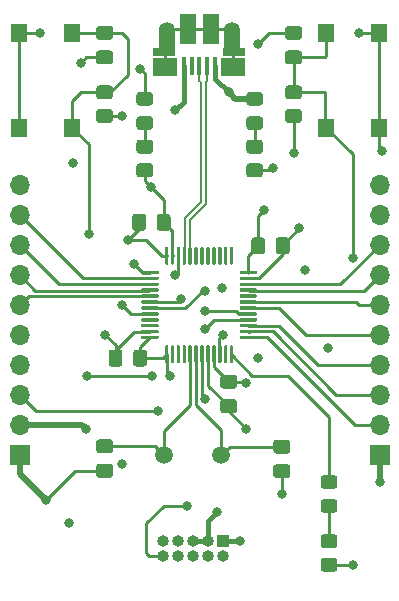
<source format=gbr>
G04 #@! TF.GenerationSoftware,KiCad,Pcbnew,(5.1.9)-1*
G04 #@! TF.CreationDate,2021-04-03T09:41:48-07:00*
G04 #@! TF.ProjectId,Avionics,4176696f-6e69-4637-932e-6b696361645f,rev?*
G04 #@! TF.SameCoordinates,Original*
G04 #@! TF.FileFunction,Copper,L1,Top*
G04 #@! TF.FilePolarity,Positive*
%FSLAX46Y46*%
G04 Gerber Fmt 4.6, Leading zero omitted, Abs format (unit mm)*
G04 Created by KiCad (PCBNEW (5.1.9)-1) date 2021-04-03 09:41:48*
%MOMM*%
%LPD*%
G01*
G04 APERTURE LIST*
G04 #@! TA.AperFunction,ComponentPad*
%ADD10R,1.700000X1.700000*%
G04 #@! TD*
G04 #@! TA.AperFunction,ComponentPad*
%ADD11O,1.700000X1.700000*%
G04 #@! TD*
G04 #@! TA.AperFunction,ComponentPad*
%ADD12R,1.000000X1.000000*%
G04 #@! TD*
G04 #@! TA.AperFunction,ComponentPad*
%ADD13O,1.000000X1.000000*%
G04 #@! TD*
G04 #@! TA.AperFunction,SMDPad,CuDef*
%ADD14R,1.350000X2.000000*%
G04 #@! TD*
G04 #@! TA.AperFunction,SMDPad,CuDef*
%ADD15R,1.825000X0.700000*%
G04 #@! TD*
G04 #@! TA.AperFunction,SMDPad,CuDef*
%ADD16R,2.000000X1.500000*%
G04 #@! TD*
G04 #@! TA.AperFunction,SMDPad,CuDef*
%ADD17R,0.400000X1.650000*%
G04 #@! TD*
G04 #@! TA.AperFunction,ComponentPad*
%ADD18O,1.100000X1.500000*%
G04 #@! TD*
G04 #@! TA.AperFunction,ComponentPad*
%ADD19O,1.350000X1.700000*%
G04 #@! TD*
G04 #@! TA.AperFunction,SMDPad,CuDef*
%ADD20R,1.430000X2.500000*%
G04 #@! TD*
G04 #@! TA.AperFunction,SMDPad,CuDef*
%ADD21R,1.400000X1.600000*%
G04 #@! TD*
G04 #@! TA.AperFunction,ComponentPad*
%ADD22C,1.500000*%
G04 #@! TD*
G04 #@! TA.AperFunction,ViaPad*
%ADD23C,0.800000*%
G04 #@! TD*
G04 #@! TA.AperFunction,Conductor*
%ADD24C,0.250000*%
G04 #@! TD*
G04 #@! TA.AperFunction,Conductor*
%ADD25C,0.400000*%
G04 #@! TD*
G04 #@! TA.AperFunction,Conductor*
%ADD26C,0.500000*%
G04 #@! TD*
G04 #@! TA.AperFunction,Conductor*
%ADD27C,0.200000*%
G04 #@! TD*
G04 APERTURE END LIST*
G04 #@! TA.AperFunction,SMDPad,CuDef*
G36*
G01*
X174325000Y-88900000D02*
X174175000Y-88900000D01*
G75*
G02*
X174100000Y-88825000I0J75000D01*
G01*
X174100000Y-87500000D01*
G75*
G02*
X174175000Y-87425000I75000J0D01*
G01*
X174325000Y-87425000D01*
G75*
G02*
X174400000Y-87500000I0J-75000D01*
G01*
X174400000Y-88825000D01*
G75*
G02*
X174325000Y-88900000I-75000J0D01*
G01*
G37*
G04 #@! TD.AperFunction*
G04 #@! TA.AperFunction,SMDPad,CuDef*
G36*
G01*
X174825000Y-88900000D02*
X174675000Y-88900000D01*
G75*
G02*
X174600000Y-88825000I0J75000D01*
G01*
X174600000Y-87500000D01*
G75*
G02*
X174675000Y-87425000I75000J0D01*
G01*
X174825000Y-87425000D01*
G75*
G02*
X174900000Y-87500000I0J-75000D01*
G01*
X174900000Y-88825000D01*
G75*
G02*
X174825000Y-88900000I-75000J0D01*
G01*
G37*
G04 #@! TD.AperFunction*
G04 #@! TA.AperFunction,SMDPad,CuDef*
G36*
G01*
X175325000Y-88900000D02*
X175175000Y-88900000D01*
G75*
G02*
X175100000Y-88825000I0J75000D01*
G01*
X175100000Y-87500000D01*
G75*
G02*
X175175000Y-87425000I75000J0D01*
G01*
X175325000Y-87425000D01*
G75*
G02*
X175400000Y-87500000I0J-75000D01*
G01*
X175400000Y-88825000D01*
G75*
G02*
X175325000Y-88900000I-75000J0D01*
G01*
G37*
G04 #@! TD.AperFunction*
G04 #@! TA.AperFunction,SMDPad,CuDef*
G36*
G01*
X175825000Y-88900000D02*
X175675000Y-88900000D01*
G75*
G02*
X175600000Y-88825000I0J75000D01*
G01*
X175600000Y-87500000D01*
G75*
G02*
X175675000Y-87425000I75000J0D01*
G01*
X175825000Y-87425000D01*
G75*
G02*
X175900000Y-87500000I0J-75000D01*
G01*
X175900000Y-88825000D01*
G75*
G02*
X175825000Y-88900000I-75000J0D01*
G01*
G37*
G04 #@! TD.AperFunction*
G04 #@! TA.AperFunction,SMDPad,CuDef*
G36*
G01*
X176325000Y-88900000D02*
X176175000Y-88900000D01*
G75*
G02*
X176100000Y-88825000I0J75000D01*
G01*
X176100000Y-87500000D01*
G75*
G02*
X176175000Y-87425000I75000J0D01*
G01*
X176325000Y-87425000D01*
G75*
G02*
X176400000Y-87500000I0J-75000D01*
G01*
X176400000Y-88825000D01*
G75*
G02*
X176325000Y-88900000I-75000J0D01*
G01*
G37*
G04 #@! TD.AperFunction*
G04 #@! TA.AperFunction,SMDPad,CuDef*
G36*
G01*
X176825000Y-88900000D02*
X176675000Y-88900000D01*
G75*
G02*
X176600000Y-88825000I0J75000D01*
G01*
X176600000Y-87500000D01*
G75*
G02*
X176675000Y-87425000I75000J0D01*
G01*
X176825000Y-87425000D01*
G75*
G02*
X176900000Y-87500000I0J-75000D01*
G01*
X176900000Y-88825000D01*
G75*
G02*
X176825000Y-88900000I-75000J0D01*
G01*
G37*
G04 #@! TD.AperFunction*
G04 #@! TA.AperFunction,SMDPad,CuDef*
G36*
G01*
X177325000Y-88900000D02*
X177175000Y-88900000D01*
G75*
G02*
X177100000Y-88825000I0J75000D01*
G01*
X177100000Y-87500000D01*
G75*
G02*
X177175000Y-87425000I75000J0D01*
G01*
X177325000Y-87425000D01*
G75*
G02*
X177400000Y-87500000I0J-75000D01*
G01*
X177400000Y-88825000D01*
G75*
G02*
X177325000Y-88900000I-75000J0D01*
G01*
G37*
G04 #@! TD.AperFunction*
G04 #@! TA.AperFunction,SMDPad,CuDef*
G36*
G01*
X177825000Y-88900000D02*
X177675000Y-88900000D01*
G75*
G02*
X177600000Y-88825000I0J75000D01*
G01*
X177600000Y-87500000D01*
G75*
G02*
X177675000Y-87425000I75000J0D01*
G01*
X177825000Y-87425000D01*
G75*
G02*
X177900000Y-87500000I0J-75000D01*
G01*
X177900000Y-88825000D01*
G75*
G02*
X177825000Y-88900000I-75000J0D01*
G01*
G37*
G04 #@! TD.AperFunction*
G04 #@! TA.AperFunction,SMDPad,CuDef*
G36*
G01*
X178325000Y-88900000D02*
X178175000Y-88900000D01*
G75*
G02*
X178100000Y-88825000I0J75000D01*
G01*
X178100000Y-87500000D01*
G75*
G02*
X178175000Y-87425000I75000J0D01*
G01*
X178325000Y-87425000D01*
G75*
G02*
X178400000Y-87500000I0J-75000D01*
G01*
X178400000Y-88825000D01*
G75*
G02*
X178325000Y-88900000I-75000J0D01*
G01*
G37*
G04 #@! TD.AperFunction*
G04 #@! TA.AperFunction,SMDPad,CuDef*
G36*
G01*
X178825000Y-88900000D02*
X178675000Y-88900000D01*
G75*
G02*
X178600000Y-88825000I0J75000D01*
G01*
X178600000Y-87500000D01*
G75*
G02*
X178675000Y-87425000I75000J0D01*
G01*
X178825000Y-87425000D01*
G75*
G02*
X178900000Y-87500000I0J-75000D01*
G01*
X178900000Y-88825000D01*
G75*
G02*
X178825000Y-88900000I-75000J0D01*
G01*
G37*
G04 #@! TD.AperFunction*
G04 #@! TA.AperFunction,SMDPad,CuDef*
G36*
G01*
X179325000Y-88900000D02*
X179175000Y-88900000D01*
G75*
G02*
X179100000Y-88825000I0J75000D01*
G01*
X179100000Y-87500000D01*
G75*
G02*
X179175000Y-87425000I75000J0D01*
G01*
X179325000Y-87425000D01*
G75*
G02*
X179400000Y-87500000I0J-75000D01*
G01*
X179400000Y-88825000D01*
G75*
G02*
X179325000Y-88900000I-75000J0D01*
G01*
G37*
G04 #@! TD.AperFunction*
G04 #@! TA.AperFunction,SMDPad,CuDef*
G36*
G01*
X179825000Y-88900000D02*
X179675000Y-88900000D01*
G75*
G02*
X179600000Y-88825000I0J75000D01*
G01*
X179600000Y-87500000D01*
G75*
G02*
X179675000Y-87425000I75000J0D01*
G01*
X179825000Y-87425000D01*
G75*
G02*
X179900000Y-87500000I0J-75000D01*
G01*
X179900000Y-88825000D01*
G75*
G02*
X179825000Y-88900000I-75000J0D01*
G01*
G37*
G04 #@! TD.AperFunction*
G04 #@! TA.AperFunction,SMDPad,CuDef*
G36*
G01*
X181825000Y-86900000D02*
X180500000Y-86900000D01*
G75*
G02*
X180425000Y-86825000I0J75000D01*
G01*
X180425000Y-86675000D01*
G75*
G02*
X180500000Y-86600000I75000J0D01*
G01*
X181825000Y-86600000D01*
G75*
G02*
X181900000Y-86675000I0J-75000D01*
G01*
X181900000Y-86825000D01*
G75*
G02*
X181825000Y-86900000I-75000J0D01*
G01*
G37*
G04 #@! TD.AperFunction*
G04 #@! TA.AperFunction,SMDPad,CuDef*
G36*
G01*
X181825000Y-86400000D02*
X180500000Y-86400000D01*
G75*
G02*
X180425000Y-86325000I0J75000D01*
G01*
X180425000Y-86175000D01*
G75*
G02*
X180500000Y-86100000I75000J0D01*
G01*
X181825000Y-86100000D01*
G75*
G02*
X181900000Y-86175000I0J-75000D01*
G01*
X181900000Y-86325000D01*
G75*
G02*
X181825000Y-86400000I-75000J0D01*
G01*
G37*
G04 #@! TD.AperFunction*
G04 #@! TA.AperFunction,SMDPad,CuDef*
G36*
G01*
X181825000Y-85900000D02*
X180500000Y-85900000D01*
G75*
G02*
X180425000Y-85825000I0J75000D01*
G01*
X180425000Y-85675000D01*
G75*
G02*
X180500000Y-85600000I75000J0D01*
G01*
X181825000Y-85600000D01*
G75*
G02*
X181900000Y-85675000I0J-75000D01*
G01*
X181900000Y-85825000D01*
G75*
G02*
X181825000Y-85900000I-75000J0D01*
G01*
G37*
G04 #@! TD.AperFunction*
G04 #@! TA.AperFunction,SMDPad,CuDef*
G36*
G01*
X181825000Y-85400000D02*
X180500000Y-85400000D01*
G75*
G02*
X180425000Y-85325000I0J75000D01*
G01*
X180425000Y-85175000D01*
G75*
G02*
X180500000Y-85100000I75000J0D01*
G01*
X181825000Y-85100000D01*
G75*
G02*
X181900000Y-85175000I0J-75000D01*
G01*
X181900000Y-85325000D01*
G75*
G02*
X181825000Y-85400000I-75000J0D01*
G01*
G37*
G04 #@! TD.AperFunction*
G04 #@! TA.AperFunction,SMDPad,CuDef*
G36*
G01*
X181825000Y-84900000D02*
X180500000Y-84900000D01*
G75*
G02*
X180425000Y-84825000I0J75000D01*
G01*
X180425000Y-84675000D01*
G75*
G02*
X180500000Y-84600000I75000J0D01*
G01*
X181825000Y-84600000D01*
G75*
G02*
X181900000Y-84675000I0J-75000D01*
G01*
X181900000Y-84825000D01*
G75*
G02*
X181825000Y-84900000I-75000J0D01*
G01*
G37*
G04 #@! TD.AperFunction*
G04 #@! TA.AperFunction,SMDPad,CuDef*
G36*
G01*
X181825000Y-84400000D02*
X180500000Y-84400000D01*
G75*
G02*
X180425000Y-84325000I0J75000D01*
G01*
X180425000Y-84175000D01*
G75*
G02*
X180500000Y-84100000I75000J0D01*
G01*
X181825000Y-84100000D01*
G75*
G02*
X181900000Y-84175000I0J-75000D01*
G01*
X181900000Y-84325000D01*
G75*
G02*
X181825000Y-84400000I-75000J0D01*
G01*
G37*
G04 #@! TD.AperFunction*
G04 #@! TA.AperFunction,SMDPad,CuDef*
G36*
G01*
X181825000Y-83900000D02*
X180500000Y-83900000D01*
G75*
G02*
X180425000Y-83825000I0J75000D01*
G01*
X180425000Y-83675000D01*
G75*
G02*
X180500000Y-83600000I75000J0D01*
G01*
X181825000Y-83600000D01*
G75*
G02*
X181900000Y-83675000I0J-75000D01*
G01*
X181900000Y-83825000D01*
G75*
G02*
X181825000Y-83900000I-75000J0D01*
G01*
G37*
G04 #@! TD.AperFunction*
G04 #@! TA.AperFunction,SMDPad,CuDef*
G36*
G01*
X181825000Y-83400000D02*
X180500000Y-83400000D01*
G75*
G02*
X180425000Y-83325000I0J75000D01*
G01*
X180425000Y-83175000D01*
G75*
G02*
X180500000Y-83100000I75000J0D01*
G01*
X181825000Y-83100000D01*
G75*
G02*
X181900000Y-83175000I0J-75000D01*
G01*
X181900000Y-83325000D01*
G75*
G02*
X181825000Y-83400000I-75000J0D01*
G01*
G37*
G04 #@! TD.AperFunction*
G04 #@! TA.AperFunction,SMDPad,CuDef*
G36*
G01*
X181825000Y-82900000D02*
X180500000Y-82900000D01*
G75*
G02*
X180425000Y-82825000I0J75000D01*
G01*
X180425000Y-82675000D01*
G75*
G02*
X180500000Y-82600000I75000J0D01*
G01*
X181825000Y-82600000D01*
G75*
G02*
X181900000Y-82675000I0J-75000D01*
G01*
X181900000Y-82825000D01*
G75*
G02*
X181825000Y-82900000I-75000J0D01*
G01*
G37*
G04 #@! TD.AperFunction*
G04 #@! TA.AperFunction,SMDPad,CuDef*
G36*
G01*
X181825000Y-82400000D02*
X180500000Y-82400000D01*
G75*
G02*
X180425000Y-82325000I0J75000D01*
G01*
X180425000Y-82175000D01*
G75*
G02*
X180500000Y-82100000I75000J0D01*
G01*
X181825000Y-82100000D01*
G75*
G02*
X181900000Y-82175000I0J-75000D01*
G01*
X181900000Y-82325000D01*
G75*
G02*
X181825000Y-82400000I-75000J0D01*
G01*
G37*
G04 #@! TD.AperFunction*
G04 #@! TA.AperFunction,SMDPad,CuDef*
G36*
G01*
X181825000Y-81900000D02*
X180500000Y-81900000D01*
G75*
G02*
X180425000Y-81825000I0J75000D01*
G01*
X180425000Y-81675000D01*
G75*
G02*
X180500000Y-81600000I75000J0D01*
G01*
X181825000Y-81600000D01*
G75*
G02*
X181900000Y-81675000I0J-75000D01*
G01*
X181900000Y-81825000D01*
G75*
G02*
X181825000Y-81900000I-75000J0D01*
G01*
G37*
G04 #@! TD.AperFunction*
G04 #@! TA.AperFunction,SMDPad,CuDef*
G36*
G01*
X181825000Y-81400000D02*
X180500000Y-81400000D01*
G75*
G02*
X180425000Y-81325000I0J75000D01*
G01*
X180425000Y-81175000D01*
G75*
G02*
X180500000Y-81100000I75000J0D01*
G01*
X181825000Y-81100000D01*
G75*
G02*
X181900000Y-81175000I0J-75000D01*
G01*
X181900000Y-81325000D01*
G75*
G02*
X181825000Y-81400000I-75000J0D01*
G01*
G37*
G04 #@! TD.AperFunction*
G04 #@! TA.AperFunction,SMDPad,CuDef*
G36*
G01*
X179825000Y-80575000D02*
X179675000Y-80575000D01*
G75*
G02*
X179600000Y-80500000I0J75000D01*
G01*
X179600000Y-79175000D01*
G75*
G02*
X179675000Y-79100000I75000J0D01*
G01*
X179825000Y-79100000D01*
G75*
G02*
X179900000Y-79175000I0J-75000D01*
G01*
X179900000Y-80500000D01*
G75*
G02*
X179825000Y-80575000I-75000J0D01*
G01*
G37*
G04 #@! TD.AperFunction*
G04 #@! TA.AperFunction,SMDPad,CuDef*
G36*
G01*
X179325000Y-80575000D02*
X179175000Y-80575000D01*
G75*
G02*
X179100000Y-80500000I0J75000D01*
G01*
X179100000Y-79175000D01*
G75*
G02*
X179175000Y-79100000I75000J0D01*
G01*
X179325000Y-79100000D01*
G75*
G02*
X179400000Y-79175000I0J-75000D01*
G01*
X179400000Y-80500000D01*
G75*
G02*
X179325000Y-80575000I-75000J0D01*
G01*
G37*
G04 #@! TD.AperFunction*
G04 #@! TA.AperFunction,SMDPad,CuDef*
G36*
G01*
X178825000Y-80575000D02*
X178675000Y-80575000D01*
G75*
G02*
X178600000Y-80500000I0J75000D01*
G01*
X178600000Y-79175000D01*
G75*
G02*
X178675000Y-79100000I75000J0D01*
G01*
X178825000Y-79100000D01*
G75*
G02*
X178900000Y-79175000I0J-75000D01*
G01*
X178900000Y-80500000D01*
G75*
G02*
X178825000Y-80575000I-75000J0D01*
G01*
G37*
G04 #@! TD.AperFunction*
G04 #@! TA.AperFunction,SMDPad,CuDef*
G36*
G01*
X178325000Y-80575000D02*
X178175000Y-80575000D01*
G75*
G02*
X178100000Y-80500000I0J75000D01*
G01*
X178100000Y-79175000D01*
G75*
G02*
X178175000Y-79100000I75000J0D01*
G01*
X178325000Y-79100000D01*
G75*
G02*
X178400000Y-79175000I0J-75000D01*
G01*
X178400000Y-80500000D01*
G75*
G02*
X178325000Y-80575000I-75000J0D01*
G01*
G37*
G04 #@! TD.AperFunction*
G04 #@! TA.AperFunction,SMDPad,CuDef*
G36*
G01*
X177825000Y-80575000D02*
X177675000Y-80575000D01*
G75*
G02*
X177600000Y-80500000I0J75000D01*
G01*
X177600000Y-79175000D01*
G75*
G02*
X177675000Y-79100000I75000J0D01*
G01*
X177825000Y-79100000D01*
G75*
G02*
X177900000Y-79175000I0J-75000D01*
G01*
X177900000Y-80500000D01*
G75*
G02*
X177825000Y-80575000I-75000J0D01*
G01*
G37*
G04 #@! TD.AperFunction*
G04 #@! TA.AperFunction,SMDPad,CuDef*
G36*
G01*
X177325000Y-80575000D02*
X177175000Y-80575000D01*
G75*
G02*
X177100000Y-80500000I0J75000D01*
G01*
X177100000Y-79175000D01*
G75*
G02*
X177175000Y-79100000I75000J0D01*
G01*
X177325000Y-79100000D01*
G75*
G02*
X177400000Y-79175000I0J-75000D01*
G01*
X177400000Y-80500000D01*
G75*
G02*
X177325000Y-80575000I-75000J0D01*
G01*
G37*
G04 #@! TD.AperFunction*
G04 #@! TA.AperFunction,SMDPad,CuDef*
G36*
G01*
X176825000Y-80575000D02*
X176675000Y-80575000D01*
G75*
G02*
X176600000Y-80500000I0J75000D01*
G01*
X176600000Y-79175000D01*
G75*
G02*
X176675000Y-79100000I75000J0D01*
G01*
X176825000Y-79100000D01*
G75*
G02*
X176900000Y-79175000I0J-75000D01*
G01*
X176900000Y-80500000D01*
G75*
G02*
X176825000Y-80575000I-75000J0D01*
G01*
G37*
G04 #@! TD.AperFunction*
G04 #@! TA.AperFunction,SMDPad,CuDef*
G36*
G01*
X176325000Y-80575000D02*
X176175000Y-80575000D01*
G75*
G02*
X176100000Y-80500000I0J75000D01*
G01*
X176100000Y-79175000D01*
G75*
G02*
X176175000Y-79100000I75000J0D01*
G01*
X176325000Y-79100000D01*
G75*
G02*
X176400000Y-79175000I0J-75000D01*
G01*
X176400000Y-80500000D01*
G75*
G02*
X176325000Y-80575000I-75000J0D01*
G01*
G37*
G04 #@! TD.AperFunction*
G04 #@! TA.AperFunction,SMDPad,CuDef*
G36*
G01*
X175825000Y-80575000D02*
X175675000Y-80575000D01*
G75*
G02*
X175600000Y-80500000I0J75000D01*
G01*
X175600000Y-79175000D01*
G75*
G02*
X175675000Y-79100000I75000J0D01*
G01*
X175825000Y-79100000D01*
G75*
G02*
X175900000Y-79175000I0J-75000D01*
G01*
X175900000Y-80500000D01*
G75*
G02*
X175825000Y-80575000I-75000J0D01*
G01*
G37*
G04 #@! TD.AperFunction*
G04 #@! TA.AperFunction,SMDPad,CuDef*
G36*
G01*
X175325000Y-80575000D02*
X175175000Y-80575000D01*
G75*
G02*
X175100000Y-80500000I0J75000D01*
G01*
X175100000Y-79175000D01*
G75*
G02*
X175175000Y-79100000I75000J0D01*
G01*
X175325000Y-79100000D01*
G75*
G02*
X175400000Y-79175000I0J-75000D01*
G01*
X175400000Y-80500000D01*
G75*
G02*
X175325000Y-80575000I-75000J0D01*
G01*
G37*
G04 #@! TD.AperFunction*
G04 #@! TA.AperFunction,SMDPad,CuDef*
G36*
G01*
X174825000Y-80575000D02*
X174675000Y-80575000D01*
G75*
G02*
X174600000Y-80500000I0J75000D01*
G01*
X174600000Y-79175000D01*
G75*
G02*
X174675000Y-79100000I75000J0D01*
G01*
X174825000Y-79100000D01*
G75*
G02*
X174900000Y-79175000I0J-75000D01*
G01*
X174900000Y-80500000D01*
G75*
G02*
X174825000Y-80575000I-75000J0D01*
G01*
G37*
G04 #@! TD.AperFunction*
G04 #@! TA.AperFunction,SMDPad,CuDef*
G36*
G01*
X174325000Y-80575000D02*
X174175000Y-80575000D01*
G75*
G02*
X174100000Y-80500000I0J75000D01*
G01*
X174100000Y-79175000D01*
G75*
G02*
X174175000Y-79100000I75000J0D01*
G01*
X174325000Y-79100000D01*
G75*
G02*
X174400000Y-79175000I0J-75000D01*
G01*
X174400000Y-80500000D01*
G75*
G02*
X174325000Y-80575000I-75000J0D01*
G01*
G37*
G04 #@! TD.AperFunction*
G04 #@! TA.AperFunction,SMDPad,CuDef*
G36*
G01*
X173500000Y-81400000D02*
X172175000Y-81400000D01*
G75*
G02*
X172100000Y-81325000I0J75000D01*
G01*
X172100000Y-81175000D01*
G75*
G02*
X172175000Y-81100000I75000J0D01*
G01*
X173500000Y-81100000D01*
G75*
G02*
X173575000Y-81175000I0J-75000D01*
G01*
X173575000Y-81325000D01*
G75*
G02*
X173500000Y-81400000I-75000J0D01*
G01*
G37*
G04 #@! TD.AperFunction*
G04 #@! TA.AperFunction,SMDPad,CuDef*
G36*
G01*
X173500000Y-81900000D02*
X172175000Y-81900000D01*
G75*
G02*
X172100000Y-81825000I0J75000D01*
G01*
X172100000Y-81675000D01*
G75*
G02*
X172175000Y-81600000I75000J0D01*
G01*
X173500000Y-81600000D01*
G75*
G02*
X173575000Y-81675000I0J-75000D01*
G01*
X173575000Y-81825000D01*
G75*
G02*
X173500000Y-81900000I-75000J0D01*
G01*
G37*
G04 #@! TD.AperFunction*
G04 #@! TA.AperFunction,SMDPad,CuDef*
G36*
G01*
X173500000Y-82400000D02*
X172175000Y-82400000D01*
G75*
G02*
X172100000Y-82325000I0J75000D01*
G01*
X172100000Y-82175000D01*
G75*
G02*
X172175000Y-82100000I75000J0D01*
G01*
X173500000Y-82100000D01*
G75*
G02*
X173575000Y-82175000I0J-75000D01*
G01*
X173575000Y-82325000D01*
G75*
G02*
X173500000Y-82400000I-75000J0D01*
G01*
G37*
G04 #@! TD.AperFunction*
G04 #@! TA.AperFunction,SMDPad,CuDef*
G36*
G01*
X173500000Y-82900000D02*
X172175000Y-82900000D01*
G75*
G02*
X172100000Y-82825000I0J75000D01*
G01*
X172100000Y-82675000D01*
G75*
G02*
X172175000Y-82600000I75000J0D01*
G01*
X173500000Y-82600000D01*
G75*
G02*
X173575000Y-82675000I0J-75000D01*
G01*
X173575000Y-82825000D01*
G75*
G02*
X173500000Y-82900000I-75000J0D01*
G01*
G37*
G04 #@! TD.AperFunction*
G04 #@! TA.AperFunction,SMDPad,CuDef*
G36*
G01*
X173500000Y-83400000D02*
X172175000Y-83400000D01*
G75*
G02*
X172100000Y-83325000I0J75000D01*
G01*
X172100000Y-83175000D01*
G75*
G02*
X172175000Y-83100000I75000J0D01*
G01*
X173500000Y-83100000D01*
G75*
G02*
X173575000Y-83175000I0J-75000D01*
G01*
X173575000Y-83325000D01*
G75*
G02*
X173500000Y-83400000I-75000J0D01*
G01*
G37*
G04 #@! TD.AperFunction*
G04 #@! TA.AperFunction,SMDPad,CuDef*
G36*
G01*
X173500000Y-83900000D02*
X172175000Y-83900000D01*
G75*
G02*
X172100000Y-83825000I0J75000D01*
G01*
X172100000Y-83675000D01*
G75*
G02*
X172175000Y-83600000I75000J0D01*
G01*
X173500000Y-83600000D01*
G75*
G02*
X173575000Y-83675000I0J-75000D01*
G01*
X173575000Y-83825000D01*
G75*
G02*
X173500000Y-83900000I-75000J0D01*
G01*
G37*
G04 #@! TD.AperFunction*
G04 #@! TA.AperFunction,SMDPad,CuDef*
G36*
G01*
X173500000Y-84400000D02*
X172175000Y-84400000D01*
G75*
G02*
X172100000Y-84325000I0J75000D01*
G01*
X172100000Y-84175000D01*
G75*
G02*
X172175000Y-84100000I75000J0D01*
G01*
X173500000Y-84100000D01*
G75*
G02*
X173575000Y-84175000I0J-75000D01*
G01*
X173575000Y-84325000D01*
G75*
G02*
X173500000Y-84400000I-75000J0D01*
G01*
G37*
G04 #@! TD.AperFunction*
G04 #@! TA.AperFunction,SMDPad,CuDef*
G36*
G01*
X173500000Y-84900000D02*
X172175000Y-84900000D01*
G75*
G02*
X172100000Y-84825000I0J75000D01*
G01*
X172100000Y-84675000D01*
G75*
G02*
X172175000Y-84600000I75000J0D01*
G01*
X173500000Y-84600000D01*
G75*
G02*
X173575000Y-84675000I0J-75000D01*
G01*
X173575000Y-84825000D01*
G75*
G02*
X173500000Y-84900000I-75000J0D01*
G01*
G37*
G04 #@! TD.AperFunction*
G04 #@! TA.AperFunction,SMDPad,CuDef*
G36*
G01*
X173500000Y-85400000D02*
X172175000Y-85400000D01*
G75*
G02*
X172100000Y-85325000I0J75000D01*
G01*
X172100000Y-85175000D01*
G75*
G02*
X172175000Y-85100000I75000J0D01*
G01*
X173500000Y-85100000D01*
G75*
G02*
X173575000Y-85175000I0J-75000D01*
G01*
X173575000Y-85325000D01*
G75*
G02*
X173500000Y-85400000I-75000J0D01*
G01*
G37*
G04 #@! TD.AperFunction*
G04 #@! TA.AperFunction,SMDPad,CuDef*
G36*
G01*
X173500000Y-85900000D02*
X172175000Y-85900000D01*
G75*
G02*
X172100000Y-85825000I0J75000D01*
G01*
X172100000Y-85675000D01*
G75*
G02*
X172175000Y-85600000I75000J0D01*
G01*
X173500000Y-85600000D01*
G75*
G02*
X173575000Y-85675000I0J-75000D01*
G01*
X173575000Y-85825000D01*
G75*
G02*
X173500000Y-85900000I-75000J0D01*
G01*
G37*
G04 #@! TD.AperFunction*
G04 #@! TA.AperFunction,SMDPad,CuDef*
G36*
G01*
X173500000Y-86400000D02*
X172175000Y-86400000D01*
G75*
G02*
X172100000Y-86325000I0J75000D01*
G01*
X172100000Y-86175000D01*
G75*
G02*
X172175000Y-86100000I75000J0D01*
G01*
X173500000Y-86100000D01*
G75*
G02*
X173575000Y-86175000I0J-75000D01*
G01*
X173575000Y-86325000D01*
G75*
G02*
X173500000Y-86400000I-75000J0D01*
G01*
G37*
G04 #@! TD.AperFunction*
G04 #@! TA.AperFunction,SMDPad,CuDef*
G36*
G01*
X173500000Y-86900000D02*
X172175000Y-86900000D01*
G75*
G02*
X172100000Y-86825000I0J75000D01*
G01*
X172100000Y-86675000D01*
G75*
G02*
X172175000Y-86600000I75000J0D01*
G01*
X173500000Y-86600000D01*
G75*
G02*
X173575000Y-86675000I0J-75000D01*
G01*
X173575000Y-86825000D01*
G75*
G02*
X173500000Y-86900000I-75000J0D01*
G01*
G37*
G04 #@! TD.AperFunction*
G04 #@! TA.AperFunction,SMDPad,CuDef*
G36*
G01*
X172850001Y-69175000D02*
X171949999Y-69175000D01*
G75*
G02*
X171700000Y-68925001I0J249999D01*
G01*
X171700000Y-68274999D01*
G75*
G02*
X171949999Y-68025000I249999J0D01*
G01*
X172850001Y-68025000D01*
G75*
G02*
X173100000Y-68274999I0J-249999D01*
G01*
X173100000Y-68925001D01*
G75*
G02*
X172850001Y-69175000I-249999J0D01*
G01*
G37*
G04 #@! TD.AperFunction*
G04 #@! TA.AperFunction,SMDPad,CuDef*
G36*
G01*
X172850001Y-67125000D02*
X171949999Y-67125000D01*
G75*
G02*
X171700000Y-66875001I0J249999D01*
G01*
X171700000Y-66224999D01*
G75*
G02*
X171949999Y-65975000I249999J0D01*
G01*
X172850001Y-65975000D01*
G75*
G02*
X173100000Y-66224999I0J-249999D01*
G01*
X173100000Y-66875001D01*
G75*
G02*
X172850001Y-67125000I-249999J0D01*
G01*
G37*
G04 #@! TD.AperFunction*
G04 #@! TA.AperFunction,SMDPad,CuDef*
G36*
G01*
X172850001Y-73200000D02*
X171949999Y-73200000D01*
G75*
G02*
X171700000Y-72950001I0J249999D01*
G01*
X171700000Y-72249999D01*
G75*
G02*
X171949999Y-72000000I249999J0D01*
G01*
X172850001Y-72000000D01*
G75*
G02*
X173100000Y-72249999I0J-249999D01*
G01*
X173100000Y-72950001D01*
G75*
G02*
X172850001Y-73200000I-249999J0D01*
G01*
G37*
G04 #@! TD.AperFunction*
G04 #@! TA.AperFunction,SMDPad,CuDef*
G36*
G01*
X172850001Y-71200000D02*
X171949999Y-71200000D01*
G75*
G02*
X171700000Y-70950001I0J249999D01*
G01*
X171700000Y-70249999D01*
G75*
G02*
X171949999Y-70000000I249999J0D01*
G01*
X172850001Y-70000000D01*
G75*
G02*
X173100000Y-70249999I0J-249999D01*
G01*
X173100000Y-70950001D01*
G75*
G02*
X172850001Y-71200000I-249999J0D01*
G01*
G37*
G04 #@! TD.AperFunction*
D10*
X192280000Y-96700000D03*
D11*
X192280000Y-94160000D03*
X192280000Y-91620000D03*
X192280000Y-89080000D03*
X192280000Y-86540000D03*
X192280000Y-84000000D03*
X192280000Y-81460000D03*
X192280000Y-78920000D03*
X192280000Y-76380000D03*
X192280000Y-73840000D03*
G04 #@! TA.AperFunction,SMDPad,CuDef*
G36*
G01*
X168525000Y-95375000D02*
X169475000Y-95375000D01*
G75*
G02*
X169725000Y-95625000I0J-250000D01*
G01*
X169725000Y-96300000D01*
G75*
G02*
X169475000Y-96550000I-250000J0D01*
G01*
X168525000Y-96550000D01*
G75*
G02*
X168275000Y-96300000I0J250000D01*
G01*
X168275000Y-95625000D01*
G75*
G02*
X168525000Y-95375000I250000J0D01*
G01*
G37*
G04 #@! TD.AperFunction*
G04 #@! TA.AperFunction,SMDPad,CuDef*
G36*
G01*
X168525000Y-97450000D02*
X169475000Y-97450000D01*
G75*
G02*
X169725000Y-97700000I0J-250000D01*
G01*
X169725000Y-98375000D01*
G75*
G02*
X169475000Y-98625000I-250000J0D01*
G01*
X168525000Y-98625000D01*
G75*
G02*
X168275000Y-98375000I0J250000D01*
G01*
X168275000Y-97700000D01*
G75*
G02*
X168525000Y-97450000I250000J0D01*
G01*
G37*
G04 #@! TD.AperFunction*
G04 #@! TA.AperFunction,SMDPad,CuDef*
G36*
G01*
X188450001Y-101600000D02*
X187549999Y-101600000D01*
G75*
G02*
X187300000Y-101350001I0J249999D01*
G01*
X187300000Y-100699999D01*
G75*
G02*
X187549999Y-100450000I249999J0D01*
G01*
X188450001Y-100450000D01*
G75*
G02*
X188700000Y-100699999I0J-249999D01*
G01*
X188700000Y-101350001D01*
G75*
G02*
X188450001Y-101600000I-249999J0D01*
G01*
G37*
G04 #@! TD.AperFunction*
G04 #@! TA.AperFunction,SMDPad,CuDef*
G36*
G01*
X188450001Y-99550000D02*
X187549999Y-99550000D01*
G75*
G02*
X187300000Y-99300001I0J249999D01*
G01*
X187300000Y-98649999D01*
G75*
G02*
X187549999Y-98400000I249999J0D01*
G01*
X188450001Y-98400000D01*
G75*
G02*
X188700000Y-98649999I0J-249999D01*
G01*
X188700000Y-99300001D01*
G75*
G02*
X188450001Y-99550000I-249999J0D01*
G01*
G37*
G04 #@! TD.AperFunction*
G04 #@! TA.AperFunction,SMDPad,CuDef*
G36*
G01*
X182150001Y-67125000D02*
X181249999Y-67125000D01*
G75*
G02*
X181000000Y-66875001I0J249999D01*
G01*
X181000000Y-66224999D01*
G75*
G02*
X181249999Y-65975000I249999J0D01*
G01*
X182150001Y-65975000D01*
G75*
G02*
X182400000Y-66224999I0J-249999D01*
G01*
X182400000Y-66875001D01*
G75*
G02*
X182150001Y-67125000I-249999J0D01*
G01*
G37*
G04 #@! TD.AperFunction*
G04 #@! TA.AperFunction,SMDPad,CuDef*
G36*
G01*
X182150001Y-69175000D02*
X181249999Y-69175000D01*
G75*
G02*
X181000000Y-68925001I0J249999D01*
G01*
X181000000Y-68274999D01*
G75*
G02*
X181249999Y-68025000I249999J0D01*
G01*
X182150001Y-68025000D01*
G75*
G02*
X182400000Y-68274999I0J-249999D01*
G01*
X182400000Y-68925001D01*
G75*
G02*
X182150001Y-69175000I-249999J0D01*
G01*
G37*
G04 #@! TD.AperFunction*
D12*
X179000000Y-104000000D03*
D13*
X179000000Y-105270000D03*
X177730000Y-104000000D03*
X177730000Y-105270000D03*
X176460000Y-104000000D03*
X176460000Y-105270000D03*
X175190000Y-104000000D03*
X175190000Y-105270000D03*
X173920000Y-104000000D03*
X173920000Y-105270000D03*
D14*
X174275000Y-61815000D03*
X179755000Y-61815000D03*
D15*
X179975000Y-62565000D03*
X174025000Y-62565000D03*
D16*
X179875000Y-63865000D03*
X174125000Y-63885000D03*
D17*
X178325000Y-63765000D03*
X177675000Y-63765000D03*
X177025000Y-63765000D03*
X176375000Y-63765000D03*
X175725000Y-63765000D03*
D18*
X179445000Y-63885000D03*
X174605000Y-63885000D03*
D19*
X179755000Y-60885000D03*
X174295000Y-60885000D03*
D20*
X177985000Y-60615000D03*
X176065000Y-60615000D03*
G04 #@! TA.AperFunction,SMDPad,CuDef*
G36*
G01*
X185450001Y-66600000D02*
X184549999Y-66600000D01*
G75*
G02*
X184300000Y-66350001I0J249999D01*
G01*
X184300000Y-65649999D01*
G75*
G02*
X184549999Y-65400000I249999J0D01*
G01*
X185450001Y-65400000D01*
G75*
G02*
X185700000Y-65649999I0J-249999D01*
G01*
X185700000Y-66350001D01*
G75*
G02*
X185450001Y-66600000I-249999J0D01*
G01*
G37*
G04 #@! TD.AperFunction*
G04 #@! TA.AperFunction,SMDPad,CuDef*
G36*
G01*
X185450001Y-68600000D02*
X184549999Y-68600000D01*
G75*
G02*
X184300000Y-68350001I0J249999D01*
G01*
X184300000Y-67649999D01*
G75*
G02*
X184549999Y-67400000I249999J0D01*
G01*
X185450001Y-67400000D01*
G75*
G02*
X185700000Y-67649999I0J-249999D01*
G01*
X185700000Y-68350001D01*
G75*
G02*
X185450001Y-68600000I-249999J0D01*
G01*
G37*
G04 #@! TD.AperFunction*
G04 #@! TA.AperFunction,SMDPad,CuDef*
G36*
G01*
X169450001Y-66600000D02*
X168549999Y-66600000D01*
G75*
G02*
X168300000Y-66350001I0J249999D01*
G01*
X168300000Y-65649999D01*
G75*
G02*
X168549999Y-65400000I249999J0D01*
G01*
X169450001Y-65400000D01*
G75*
G02*
X169700000Y-65649999I0J-249999D01*
G01*
X169700000Y-66350001D01*
G75*
G02*
X169450001Y-66600000I-249999J0D01*
G01*
G37*
G04 #@! TD.AperFunction*
G04 #@! TA.AperFunction,SMDPad,CuDef*
G36*
G01*
X169450001Y-68600000D02*
X168549999Y-68600000D01*
G75*
G02*
X168300000Y-68350001I0J249999D01*
G01*
X168300000Y-67649999D01*
G75*
G02*
X168549999Y-67400000I249999J0D01*
G01*
X169450001Y-67400000D01*
G75*
G02*
X169700000Y-67649999I0J-249999D01*
G01*
X169700000Y-68350001D01*
G75*
G02*
X169450001Y-68600000I-249999J0D01*
G01*
G37*
G04 #@! TD.AperFunction*
G04 #@! TA.AperFunction,SMDPad,CuDef*
G36*
G01*
X188450001Y-106600000D02*
X187549999Y-106600000D01*
G75*
G02*
X187300000Y-106350001I0J249999D01*
G01*
X187300000Y-105649999D01*
G75*
G02*
X187549999Y-105400000I249999J0D01*
G01*
X188450001Y-105400000D01*
G75*
G02*
X188700000Y-105649999I0J-249999D01*
G01*
X188700000Y-106350001D01*
G75*
G02*
X188450001Y-106600000I-249999J0D01*
G01*
G37*
G04 #@! TD.AperFunction*
G04 #@! TA.AperFunction,SMDPad,CuDef*
G36*
G01*
X188450001Y-104600000D02*
X187549999Y-104600000D01*
G75*
G02*
X187300000Y-104350001I0J249999D01*
G01*
X187300000Y-103649999D01*
G75*
G02*
X187549999Y-103400000I249999J0D01*
G01*
X188450001Y-103400000D01*
G75*
G02*
X188700000Y-103649999I0J-249999D01*
G01*
X188700000Y-104350001D01*
G75*
G02*
X188450001Y-104600000I-249999J0D01*
G01*
G37*
G04 #@! TD.AperFunction*
G04 #@! TA.AperFunction,SMDPad,CuDef*
G36*
G01*
X182150001Y-71200000D02*
X181249999Y-71200000D01*
G75*
G02*
X181000000Y-70950001I0J249999D01*
G01*
X181000000Y-70249999D01*
G75*
G02*
X181249999Y-70000000I249999J0D01*
G01*
X182150001Y-70000000D01*
G75*
G02*
X182400000Y-70249999I0J-249999D01*
G01*
X182400000Y-70950001D01*
G75*
G02*
X182150001Y-71200000I-249999J0D01*
G01*
G37*
G04 #@! TD.AperFunction*
G04 #@! TA.AperFunction,SMDPad,CuDef*
G36*
G01*
X182150001Y-73200000D02*
X181249999Y-73200000D01*
G75*
G02*
X181000000Y-72950001I0J249999D01*
G01*
X181000000Y-72249999D01*
G75*
G02*
X181249999Y-72000000I249999J0D01*
G01*
X182150001Y-72000000D01*
G75*
G02*
X182400000Y-72249999I0J-249999D01*
G01*
X182400000Y-72950001D01*
G75*
G02*
X182150001Y-73200000I-249999J0D01*
G01*
G37*
G04 #@! TD.AperFunction*
D21*
X192250000Y-69000000D03*
X192250000Y-61000000D03*
X187750000Y-69000000D03*
X187750000Y-61000000D03*
X166250000Y-69000000D03*
X166250000Y-61000000D03*
X161750000Y-69000000D03*
X161750000Y-61000000D03*
D22*
X174000000Y-96700000D03*
X178880000Y-96700000D03*
D10*
X161800000Y-96700000D03*
D11*
X161800000Y-94160000D03*
X161800000Y-91620000D03*
X161800000Y-89080000D03*
X161800000Y-86540000D03*
X161800000Y-84000000D03*
X161800000Y-81460000D03*
X161800000Y-78920000D03*
X161800000Y-76380000D03*
X161800000Y-73840000D03*
G04 #@! TA.AperFunction,SMDPad,CuDef*
G36*
G01*
X183525000Y-95412500D02*
X184475000Y-95412500D01*
G75*
G02*
X184725000Y-95662500I0J-250000D01*
G01*
X184725000Y-96337500D01*
G75*
G02*
X184475000Y-96587500I-250000J0D01*
G01*
X183525000Y-96587500D01*
G75*
G02*
X183275000Y-96337500I0J250000D01*
G01*
X183275000Y-95662500D01*
G75*
G02*
X183525000Y-95412500I250000J0D01*
G01*
G37*
G04 #@! TD.AperFunction*
G04 #@! TA.AperFunction,SMDPad,CuDef*
G36*
G01*
X183525000Y-97487500D02*
X184475000Y-97487500D01*
G75*
G02*
X184725000Y-97737500I0J-250000D01*
G01*
X184725000Y-98412500D01*
G75*
G02*
X184475000Y-98662500I-250000J0D01*
G01*
X183525000Y-98662500D01*
G75*
G02*
X183275000Y-98412500I0J250000D01*
G01*
X183275000Y-97737500D01*
G75*
G02*
X183525000Y-97487500I250000J0D01*
G01*
G37*
G04 #@! TD.AperFunction*
G04 #@! TA.AperFunction,SMDPad,CuDef*
G36*
G01*
X179025000Y-91987500D02*
X179975000Y-91987500D01*
G75*
G02*
X180225000Y-92237500I0J-250000D01*
G01*
X180225000Y-92912500D01*
G75*
G02*
X179975000Y-93162500I-250000J0D01*
G01*
X179025000Y-93162500D01*
G75*
G02*
X178775000Y-92912500I0J250000D01*
G01*
X178775000Y-92237500D01*
G75*
G02*
X179025000Y-91987500I250000J0D01*
G01*
G37*
G04 #@! TD.AperFunction*
G04 #@! TA.AperFunction,SMDPad,CuDef*
G36*
G01*
X179025000Y-89912500D02*
X179975000Y-89912500D01*
G75*
G02*
X180225000Y-90162500I0J-250000D01*
G01*
X180225000Y-90837500D01*
G75*
G02*
X179975000Y-91087500I-250000J0D01*
G01*
X179025000Y-91087500D01*
G75*
G02*
X178775000Y-90837500I0J250000D01*
G01*
X178775000Y-90162500D01*
G75*
G02*
X179025000Y-89912500I250000J0D01*
G01*
G37*
G04 #@! TD.AperFunction*
G04 #@! TA.AperFunction,SMDPad,CuDef*
G36*
G01*
X172587500Y-88025000D02*
X172587500Y-88975000D01*
G75*
G02*
X172337500Y-89225000I-250000J0D01*
G01*
X171662500Y-89225000D01*
G75*
G02*
X171412500Y-88975000I0J250000D01*
G01*
X171412500Y-88025000D01*
G75*
G02*
X171662500Y-87775000I250000J0D01*
G01*
X172337500Y-87775000D01*
G75*
G02*
X172587500Y-88025000I0J-250000D01*
G01*
G37*
G04 #@! TD.AperFunction*
G04 #@! TA.AperFunction,SMDPad,CuDef*
G36*
G01*
X170512500Y-88025000D02*
X170512500Y-88975000D01*
G75*
G02*
X170262500Y-89225000I-250000J0D01*
G01*
X169587500Y-89225000D01*
G75*
G02*
X169337500Y-88975000I0J250000D01*
G01*
X169337500Y-88025000D01*
G75*
G02*
X169587500Y-87775000I250000J0D01*
G01*
X170262500Y-87775000D01*
G75*
G02*
X170512500Y-88025000I0J-250000D01*
G01*
G37*
G04 #@! TD.AperFunction*
G04 #@! TA.AperFunction,SMDPad,CuDef*
G36*
G01*
X183487500Y-79475000D02*
X183487500Y-78525000D01*
G75*
G02*
X183737500Y-78275000I250000J0D01*
G01*
X184412500Y-78275000D01*
G75*
G02*
X184662500Y-78525000I0J-250000D01*
G01*
X184662500Y-79475000D01*
G75*
G02*
X184412500Y-79725000I-250000J0D01*
G01*
X183737500Y-79725000D01*
G75*
G02*
X183487500Y-79475000I0J250000D01*
G01*
G37*
G04 #@! TD.AperFunction*
G04 #@! TA.AperFunction,SMDPad,CuDef*
G36*
G01*
X181412500Y-79475000D02*
X181412500Y-78525000D01*
G75*
G02*
X181662500Y-78275000I250000J0D01*
G01*
X182337500Y-78275000D01*
G75*
G02*
X182587500Y-78525000I0J-250000D01*
G01*
X182587500Y-79475000D01*
G75*
G02*
X182337500Y-79725000I-250000J0D01*
G01*
X181662500Y-79725000D01*
G75*
G02*
X181412500Y-79475000I0J250000D01*
G01*
G37*
G04 #@! TD.AperFunction*
G04 #@! TA.AperFunction,SMDPad,CuDef*
G36*
G01*
X171337500Y-77475000D02*
X171337500Y-76525000D01*
G75*
G02*
X171587500Y-76275000I250000J0D01*
G01*
X172262500Y-76275000D01*
G75*
G02*
X172512500Y-76525000I0J-250000D01*
G01*
X172512500Y-77475000D01*
G75*
G02*
X172262500Y-77725000I-250000J0D01*
G01*
X171587500Y-77725000D01*
G75*
G02*
X171337500Y-77475000I0J250000D01*
G01*
G37*
G04 #@! TD.AperFunction*
G04 #@! TA.AperFunction,SMDPad,CuDef*
G36*
G01*
X173412500Y-77475000D02*
X173412500Y-76525000D01*
G75*
G02*
X173662500Y-76275000I250000J0D01*
G01*
X174337500Y-76275000D01*
G75*
G02*
X174587500Y-76525000I0J-250000D01*
G01*
X174587500Y-77475000D01*
G75*
G02*
X174337500Y-77725000I-250000J0D01*
G01*
X173662500Y-77725000D01*
G75*
G02*
X173412500Y-77475000I0J250000D01*
G01*
G37*
G04 #@! TD.AperFunction*
G04 #@! TA.AperFunction,SMDPad,CuDef*
G36*
G01*
X185475000Y-63625000D02*
X184525000Y-63625000D01*
G75*
G02*
X184275000Y-63375000I0J250000D01*
G01*
X184275000Y-62700000D01*
G75*
G02*
X184525000Y-62450000I250000J0D01*
G01*
X185475000Y-62450000D01*
G75*
G02*
X185725000Y-62700000I0J-250000D01*
G01*
X185725000Y-63375000D01*
G75*
G02*
X185475000Y-63625000I-250000J0D01*
G01*
G37*
G04 #@! TD.AperFunction*
G04 #@! TA.AperFunction,SMDPad,CuDef*
G36*
G01*
X185475000Y-61550000D02*
X184525000Y-61550000D01*
G75*
G02*
X184275000Y-61300000I0J250000D01*
G01*
X184275000Y-60625000D01*
G75*
G02*
X184525000Y-60375000I250000J0D01*
G01*
X185475000Y-60375000D01*
G75*
G02*
X185725000Y-60625000I0J-250000D01*
G01*
X185725000Y-61300000D01*
G75*
G02*
X185475000Y-61550000I-250000J0D01*
G01*
G37*
G04 #@! TD.AperFunction*
G04 #@! TA.AperFunction,SMDPad,CuDef*
G36*
G01*
X168525000Y-62450000D02*
X169475000Y-62450000D01*
G75*
G02*
X169725000Y-62700000I0J-250000D01*
G01*
X169725000Y-63375000D01*
G75*
G02*
X169475000Y-63625000I-250000J0D01*
G01*
X168525000Y-63625000D01*
G75*
G02*
X168275000Y-63375000I0J250000D01*
G01*
X168275000Y-62700000D01*
G75*
G02*
X168525000Y-62450000I250000J0D01*
G01*
G37*
G04 #@! TD.AperFunction*
G04 #@! TA.AperFunction,SMDPad,CuDef*
G36*
G01*
X168525000Y-60375000D02*
X169475000Y-60375000D01*
G75*
G02*
X169725000Y-60625000I0J-250000D01*
G01*
X169725000Y-61300000D01*
G75*
G02*
X169475000Y-61550000I-250000J0D01*
G01*
X168525000Y-61550000D01*
G75*
G02*
X168275000Y-61300000I0J250000D01*
G01*
X168275000Y-60625000D01*
G75*
G02*
X168525000Y-60375000I250000J0D01*
G01*
G37*
G04 #@! TD.AperFunction*
D23*
X190500000Y-61000000D03*
X192500000Y-71000000D03*
X175000000Y-67500000D03*
X172900000Y-74000000D03*
X183300000Y-72400000D03*
X185500000Y-77500000D03*
X186000000Y-81000000D03*
X184000000Y-100000000D03*
X190000000Y-106000000D03*
X192300000Y-99000000D03*
X181000000Y-94500000D03*
X163500000Y-61000000D03*
X167000000Y-63500000D03*
X169000000Y-86500000D03*
X164000000Y-100500000D03*
X178500000Y-101500000D03*
X166300000Y-72000000D03*
X182000000Y-61900000D03*
X187900000Y-87600000D03*
X185000000Y-71100000D03*
X167400000Y-94500000D03*
X166000000Y-102500000D03*
X172000000Y-64000000D03*
X170500000Y-68000000D03*
X171000000Y-78500000D03*
X174500000Y-90000000D03*
X181000000Y-90600000D03*
X182000000Y-88500000D03*
X182500000Y-76000000D03*
X180500000Y-104000000D03*
X178900000Y-82600000D03*
X177504878Y-91974141D03*
X176000000Y-101000000D03*
X190000000Y-80000000D03*
X170500000Y-84000000D03*
X167640000Y-78000000D03*
X179500000Y-66000000D03*
X177500000Y-84500000D03*
X173000000Y-90000000D03*
X167500000Y-90000000D03*
X177500000Y-86000000D03*
X173500000Y-93000000D03*
X175000000Y-81500000D03*
X171500000Y-80500000D03*
X175500000Y-83500000D03*
X177500000Y-82775000D03*
X170500000Y-97500000D03*
X179000000Y-86500000D03*
D24*
X173262500Y-95962500D02*
X174000000Y-96700000D01*
X169000000Y-95962500D02*
X173262500Y-95962500D01*
X174000000Y-96700000D02*
X174000000Y-94700000D01*
X176250000Y-92450000D02*
X176250000Y-88162500D01*
X174000000Y-94700000D02*
X176250000Y-92450000D01*
X177750000Y-90825000D02*
X177750000Y-88162500D01*
X179500000Y-92575000D02*
X177750000Y-90825000D01*
X169925000Y-87775000D02*
X169925000Y-88500000D01*
X171450000Y-86250000D02*
X169925000Y-87775000D01*
X172837500Y-86250000D02*
X171450000Y-86250000D01*
X192250000Y-69000000D02*
X192250000Y-61000000D01*
X161750000Y-69000000D02*
X161750000Y-61000000D01*
X184075000Y-79725000D02*
X184075000Y-79000000D01*
X182050000Y-81750000D02*
X184075000Y-79725000D01*
X181162500Y-81750000D02*
X182050000Y-81750000D01*
X192250000Y-61000000D02*
X190500000Y-61000000D01*
X192250000Y-70750000D02*
X192500000Y-71000000D01*
X192250000Y-69000000D02*
X192250000Y-70750000D01*
X184075000Y-78925000D02*
X185500000Y-77500000D01*
X184075000Y-79000000D02*
X184075000Y-78925000D01*
X184000000Y-98075000D02*
X184000000Y-100000000D01*
X188000000Y-106000000D02*
X190000000Y-106000000D01*
X179500000Y-93000000D02*
X179500000Y-92575000D01*
X181000000Y-94500000D02*
X179500000Y-93000000D01*
X161750000Y-61000000D02*
X163500000Y-61000000D01*
X167462500Y-63037500D02*
X167000000Y-63500000D01*
X169000000Y-63037500D02*
X167462500Y-63037500D01*
X169925000Y-87425000D02*
X169000000Y-86500000D01*
X169925000Y-88500000D02*
X169925000Y-87425000D01*
X166462500Y-98037500D02*
X164000000Y-100500000D01*
X169000000Y-98037500D02*
X166462500Y-98037500D01*
D25*
X175725000Y-66775000D02*
X175000000Y-67500000D01*
X175725000Y-63765000D02*
X175725000Y-66775000D01*
X176460000Y-104000000D02*
X177730000Y-104000000D01*
X177730000Y-102270000D02*
X178500000Y-101500000D01*
X177730000Y-104000000D02*
X177730000Y-102270000D01*
D24*
X174725010Y-77725010D02*
X174000000Y-77000000D01*
X174725010Y-79725010D02*
X174725010Y-77725010D01*
X174750000Y-79750000D02*
X174725010Y-79725010D01*
X174750000Y-79837500D02*
X174750000Y-79750000D01*
X182937500Y-60962500D02*
X182000000Y-61900000D01*
X185000000Y-60962500D02*
X182937500Y-60962500D01*
X183100000Y-72600000D02*
X183300000Y-72400000D01*
X181700000Y-72600000D02*
X183100000Y-72600000D01*
D26*
X161800000Y-98300000D02*
X164000000Y-100500000D01*
X161800000Y-96700000D02*
X161800000Y-98300000D01*
X192300000Y-96720000D02*
X192280000Y-96700000D01*
X192300000Y-99000000D02*
X192300000Y-96720000D01*
D24*
X172400000Y-73500000D02*
X172900000Y-74000000D01*
X172400000Y-72600000D02*
X172400000Y-73500000D01*
X174000000Y-75100000D02*
X172900000Y-74000000D01*
X174000000Y-77000000D02*
X174000000Y-75100000D01*
X179580000Y-96000000D02*
X178880000Y-96700000D01*
X184000000Y-96000000D02*
X179580000Y-96000000D01*
X178880000Y-96700000D02*
X178880000Y-94580000D01*
X176750000Y-92450000D02*
X176750000Y-88162500D01*
X178880000Y-94580000D02*
X176750000Y-92450000D01*
X178250000Y-89250000D02*
X178250000Y-88162500D01*
X179500000Y-90500000D02*
X178250000Y-89250000D01*
X172000000Y-87587500D02*
X172837500Y-86750000D01*
X172000000Y-88500000D02*
X172000000Y-87587500D01*
X174250000Y-79837500D02*
X174250000Y-79750000D01*
X181162500Y-79837500D02*
X182000000Y-79000000D01*
X181162500Y-81250000D02*
X181162500Y-79837500D01*
X173912500Y-88500000D02*
X174250000Y-88162500D01*
X172000000Y-88500000D02*
X173912500Y-88500000D01*
X185000000Y-68000000D02*
X185000000Y-70000000D01*
X172400000Y-64400000D02*
X172000000Y-64000000D01*
X172400000Y-66550000D02*
X172400000Y-64400000D01*
X169000000Y-68000000D02*
X170500000Y-68000000D01*
X174250000Y-89750000D02*
X174500000Y-90000000D01*
X174250000Y-88162500D02*
X174250000Y-89750000D01*
X182000000Y-76500000D02*
X182500000Y-76000000D01*
X182000000Y-79000000D02*
X182000000Y-76500000D01*
D25*
X179000000Y-104000000D02*
X180500000Y-104000000D01*
D24*
X174250000Y-79837500D02*
X173837500Y-79837500D01*
X172500000Y-78500000D02*
X171000000Y-78500000D01*
X173837500Y-79837500D02*
X172500000Y-78500000D01*
X171925000Y-77575000D02*
X171000000Y-78500000D01*
X171925000Y-77000000D02*
X171925000Y-77575000D01*
X185000000Y-70000000D02*
X185000000Y-71100000D01*
X180900000Y-90500000D02*
X181000000Y-90600000D01*
X179500000Y-90500000D02*
X180900000Y-90500000D01*
D26*
X162140000Y-94500000D02*
X161800000Y-94160000D01*
X167060000Y-94160000D02*
X167400000Y-94500000D01*
X161800000Y-94160000D02*
X167060000Y-94160000D01*
D24*
X185000000Y-66000000D02*
X187700000Y-66000000D01*
X187700000Y-68950000D02*
X187750000Y-69000000D01*
X187700000Y-66000000D02*
X187700000Y-68950000D01*
X185000000Y-63037500D02*
X187662500Y-63037500D01*
X187750000Y-62950000D02*
X187750000Y-61000000D01*
X187662500Y-63037500D02*
X187750000Y-62950000D01*
X177250000Y-91719263D02*
X177504878Y-91974141D01*
X177250000Y-88162500D02*
X177250000Y-91719263D01*
X176000000Y-101000000D02*
X174000000Y-101000000D01*
X174000000Y-101000000D02*
X172500000Y-102500000D01*
X172500000Y-102500000D02*
X172500000Y-105000000D01*
X172770000Y-105270000D02*
X173920000Y-105270000D01*
X172500000Y-105000000D02*
X172770000Y-105270000D01*
X190000000Y-71250000D02*
X187750000Y-69000000D01*
X190000000Y-80000000D02*
X190000000Y-71250000D01*
X185000000Y-66000000D02*
X185000000Y-63037500D01*
X168962500Y-61000000D02*
X169000000Y-60962500D01*
X166250000Y-61000000D02*
X168962500Y-61000000D01*
X171250000Y-84750000D02*
X170500000Y-84000000D01*
X172837500Y-84750000D02*
X171250000Y-84750000D01*
X166500000Y-69250000D02*
X166250000Y-69000000D01*
X166250000Y-69000000D02*
X166250000Y-66750000D01*
X167000000Y-66000000D02*
X169000000Y-66000000D01*
X166250000Y-66750000D02*
X167000000Y-66000000D01*
X169000000Y-66000000D02*
X169500000Y-66000000D01*
X169500000Y-66000000D02*
X171000000Y-64500000D01*
X171000000Y-64500000D02*
X171000000Y-61500000D01*
X170462500Y-60962500D02*
X169000000Y-60962500D01*
X171000000Y-61500000D02*
X170462500Y-60962500D01*
X167640000Y-70390000D02*
X166250000Y-69000000D01*
X167640000Y-78000000D02*
X167640000Y-70390000D01*
X179485000Y-66000000D02*
X179500000Y-66000000D01*
D25*
X178325000Y-64825000D02*
X179500000Y-66000000D01*
X178325000Y-63765000D02*
X178325000Y-64825000D01*
D26*
X180050000Y-66550000D02*
X179500000Y-66000000D01*
X181700000Y-66550000D02*
X180050000Y-66550000D01*
D24*
X181700000Y-70600000D02*
X181700000Y-68600000D01*
X172400000Y-70600000D02*
X172400000Y-68600000D01*
X180109298Y-84500000D02*
X177500000Y-84500000D01*
X180359298Y-84750000D02*
X180109298Y-84500000D01*
X181162500Y-84750000D02*
X180359298Y-84750000D01*
X173000000Y-90000000D02*
X167500000Y-90000000D01*
X178250000Y-85250000D02*
X177500000Y-86000000D01*
X181162500Y-85250000D02*
X178250000Y-85250000D01*
X163180000Y-93000000D02*
X161800000Y-91620000D01*
X173500000Y-93000000D02*
X163180000Y-93000000D01*
X182275000Y-85775000D02*
X183775000Y-85775000D01*
X182250000Y-85750000D02*
X182275000Y-85775000D01*
X181162500Y-85750000D02*
X182250000Y-85750000D01*
X187080000Y-89080000D02*
X192280000Y-89080000D01*
X183775000Y-85775000D02*
X187080000Y-89080000D01*
X181274990Y-86225010D02*
X183225010Y-86225010D01*
X181250000Y-86250000D02*
X181274990Y-86225010D01*
X181162500Y-86250000D02*
X181250000Y-86250000D01*
X188620000Y-91620000D02*
X192280000Y-91620000D01*
X183225010Y-86225010D02*
X188620000Y-91620000D01*
X181162500Y-86750000D02*
X182750000Y-86750000D01*
X190160000Y-94160000D02*
X192280000Y-94160000D01*
X182750000Y-86750000D02*
X190160000Y-94160000D01*
X175250000Y-81250000D02*
X175000000Y-81500000D01*
X175250000Y-79837500D02*
X175250000Y-81250000D01*
X172250000Y-81250000D02*
X171500000Y-80500000D01*
X172837500Y-81250000D02*
X172250000Y-81250000D01*
X174125000Y-61965000D02*
X174275000Y-61815000D01*
X174125000Y-63885000D02*
X174125000Y-61965000D01*
X179875000Y-61935000D02*
X179755000Y-61815000D01*
X179875000Y-63865000D02*
X179875000Y-61935000D01*
X179485000Y-60615000D02*
X179755000Y-60885000D01*
X177985000Y-60615000D02*
X179485000Y-60615000D01*
X174565000Y-60615000D02*
X174295000Y-60885000D01*
X176065000Y-60615000D02*
X174565000Y-60615000D01*
X176065000Y-60615000D02*
X177985000Y-60615000D01*
X175250000Y-83750000D02*
X175500000Y-83500000D01*
X172837500Y-83750000D02*
X175250000Y-83750000D01*
X177298002Y-82775000D02*
X177500000Y-82775000D01*
X175823002Y-84250000D02*
X177298002Y-82775000D01*
X172837500Y-84250000D02*
X175823002Y-84250000D01*
X179000000Y-86500000D02*
X178725010Y-86774990D01*
X178725010Y-88137510D02*
X178750000Y-88162500D01*
X178725010Y-86774990D02*
X178725010Y-88137510D01*
X188000000Y-101025000D02*
X188000000Y-104000000D01*
D27*
X177675000Y-65002501D02*
X177575000Y-65102501D01*
X177675000Y-63765000D02*
X177675000Y-65002501D01*
X177575000Y-65102501D02*
X177575000Y-75443200D01*
X176225000Y-79812500D02*
X176250000Y-79837500D01*
X176225000Y-76793200D02*
X176225000Y-79812500D01*
X177575000Y-75443200D02*
X176225000Y-76793200D01*
X177025000Y-65002501D02*
X177125000Y-65102501D01*
X177025000Y-63765000D02*
X177025000Y-65002501D01*
X177125000Y-65102501D02*
X177125000Y-75256800D01*
X175775000Y-79812500D02*
X175750000Y-79837500D01*
X175775000Y-76606800D02*
X175775000Y-79812500D01*
X177125000Y-75256800D02*
X175775000Y-76606800D01*
D24*
X179750000Y-88250000D02*
X181500000Y-90000000D01*
X179750000Y-88162500D02*
X179750000Y-88250000D01*
X181500000Y-90000000D02*
X184500000Y-90000000D01*
X188000000Y-93500000D02*
X188000000Y-98975000D01*
X184500000Y-90000000D02*
X188000000Y-93500000D01*
X162574990Y-83225010D02*
X161800000Y-84000000D01*
X172725010Y-83225010D02*
X162574990Y-83225010D01*
X172750000Y-83250000D02*
X172725010Y-83225010D01*
X172837500Y-83250000D02*
X172750000Y-83250000D01*
X163114990Y-82774990D02*
X161800000Y-81460000D01*
X172725010Y-82774990D02*
X163114990Y-82774990D01*
X172750000Y-82750000D02*
X172725010Y-82774990D01*
X172837500Y-82750000D02*
X172750000Y-82750000D01*
X172725010Y-82225010D02*
X165105010Y-82225010D01*
X165105010Y-82225010D02*
X161800000Y-78920000D01*
X172750000Y-82250000D02*
X172725010Y-82225010D01*
X172837500Y-82250000D02*
X172750000Y-82250000D01*
X167170000Y-81750000D02*
X161800000Y-76380000D01*
X172837500Y-81750000D02*
X167170000Y-81750000D01*
X181274990Y-84274990D02*
X183774990Y-84274990D01*
X181250000Y-84250000D02*
X181274990Y-84274990D01*
X181162500Y-84250000D02*
X181250000Y-84250000D01*
X186040000Y-86540000D02*
X192280000Y-86540000D01*
X183774990Y-84274990D02*
X186040000Y-86540000D01*
X190500000Y-84000000D02*
X192280000Y-84000000D01*
X190250000Y-83750000D02*
X190500000Y-84000000D01*
X181162500Y-83750000D02*
X190250000Y-83750000D01*
X190965010Y-82774990D02*
X192280000Y-81460000D01*
X181274990Y-82774990D02*
X190965010Y-82774990D01*
X181250000Y-82750000D02*
X181274990Y-82774990D01*
X181162500Y-82750000D02*
X181250000Y-82750000D01*
X188950000Y-82250000D02*
X192280000Y-78920000D01*
X181162500Y-82250000D02*
X188950000Y-82250000D01*
M02*

</source>
